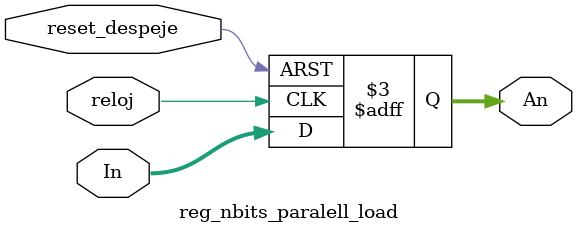
<source format=v>
module reg_nbits_paralell_load #(parameter N=4)(
    input reloj, reset_despeje, // usando reset async = 1
    input [N-1:0] In, 
    output reg [N-1:0] An
);

    // lógica de registro (basicamente de un FFD)
    always @(posedge reloj or negedge reset_despeje) begin
        // reset activo en bajo 0
        // si reset = 0; borra memoria
        if(!reset_despeje) An<=0;
        else An<=In;
    end

endmodule
</source>
